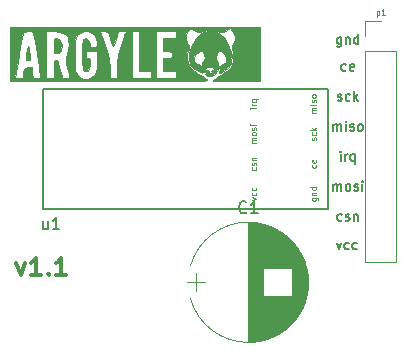
<source format=gto>
G04 #@! TF.FileFunction,Legend,Top*
%FSLAX46Y46*%
G04 Gerber Fmt 4.6, Leading zero omitted, Abs format (unit mm)*
G04 Created by KiCad (PCBNEW 4.0.7) date Tuesday, June 26, 2018 'PMt' 08:38:01 PM*
%MOMM*%
%LPD*%
G01*
G04 APERTURE LIST*
%ADD10C,0.100000*%
%ADD11C,0.300000*%
%ADD12C,0.200000*%
%ADD13C,0.120000*%
%ADD14C,0.150000*%
%ADD15C,0.010000*%
%ADD16C,0.125000*%
G04 APERTURE END LIST*
D10*
D11*
X110125144Y-130996571D02*
X110482287Y-131996571D01*
X110839429Y-130996571D01*
X112196572Y-131996571D02*
X111339429Y-131996571D01*
X111768001Y-131996571D02*
X111768001Y-130496571D01*
X111625144Y-130710857D01*
X111482286Y-130853714D01*
X111339429Y-130925143D01*
X112839429Y-131853714D02*
X112910857Y-131925143D01*
X112839429Y-131996571D01*
X112768000Y-131925143D01*
X112839429Y-131853714D01*
X112839429Y-131996571D01*
X114339429Y-131996571D02*
X113482286Y-131996571D01*
X113910858Y-131996571D02*
X113910858Y-130496571D01*
X113768001Y-130710857D01*
X113625143Y-130853714D01*
X113482286Y-130925143D01*
D12*
X137623618Y-111842571D02*
X137623618Y-112490190D01*
X137585523Y-112566381D01*
X137547428Y-112604476D01*
X137471237Y-112642571D01*
X137356952Y-112642571D01*
X137280761Y-112604476D01*
X137623618Y-112337810D02*
X137547428Y-112375905D01*
X137395047Y-112375905D01*
X137318856Y-112337810D01*
X137280761Y-112299714D01*
X137242666Y-112223524D01*
X137242666Y-111994952D01*
X137280761Y-111918762D01*
X137318856Y-111880667D01*
X137395047Y-111842571D01*
X137547428Y-111842571D01*
X137623618Y-111880667D01*
X138004571Y-111842571D02*
X138004571Y-112375905D01*
X138004571Y-111918762D02*
X138042666Y-111880667D01*
X138118857Y-111842571D01*
X138233143Y-111842571D01*
X138309333Y-111880667D01*
X138347428Y-111956857D01*
X138347428Y-112375905D01*
X139071238Y-112375905D02*
X139071238Y-111575905D01*
X139071238Y-112337810D02*
X138995048Y-112375905D01*
X138842667Y-112375905D01*
X138766476Y-112337810D01*
X138728381Y-112299714D01*
X138690286Y-112223524D01*
X138690286Y-111994952D01*
X138728381Y-111918762D01*
X138766476Y-111880667D01*
X138842667Y-111842571D01*
X138995048Y-111842571D01*
X139071238Y-111880667D01*
X138023619Y-114623810D02*
X137947429Y-114661905D01*
X137795048Y-114661905D01*
X137718857Y-114623810D01*
X137680762Y-114585714D01*
X137642667Y-114509524D01*
X137642667Y-114280952D01*
X137680762Y-114204762D01*
X137718857Y-114166667D01*
X137795048Y-114128571D01*
X137947429Y-114128571D01*
X138023619Y-114166667D01*
X138671238Y-114623810D02*
X138595048Y-114661905D01*
X138442667Y-114661905D01*
X138366476Y-114623810D01*
X138328381Y-114547619D01*
X138328381Y-114242857D01*
X138366476Y-114166667D01*
X138442667Y-114128571D01*
X138595048Y-114128571D01*
X138671238Y-114166667D01*
X138709333Y-114242857D01*
X138709333Y-114319048D01*
X138328381Y-114395238D01*
X137337905Y-117163810D02*
X137414095Y-117201905D01*
X137566476Y-117201905D01*
X137642667Y-117163810D01*
X137680762Y-117087619D01*
X137680762Y-117049524D01*
X137642667Y-116973333D01*
X137566476Y-116935238D01*
X137452191Y-116935238D01*
X137376000Y-116897143D01*
X137337905Y-116820952D01*
X137337905Y-116782857D01*
X137376000Y-116706667D01*
X137452191Y-116668571D01*
X137566476Y-116668571D01*
X137642667Y-116706667D01*
X138366476Y-117163810D02*
X138290286Y-117201905D01*
X138137905Y-117201905D01*
X138061714Y-117163810D01*
X138023619Y-117125714D01*
X137985524Y-117049524D01*
X137985524Y-116820952D01*
X138023619Y-116744762D01*
X138061714Y-116706667D01*
X138137905Y-116668571D01*
X138290286Y-116668571D01*
X138366476Y-116706667D01*
X138709333Y-117201905D02*
X138709333Y-116401905D01*
X138785524Y-116897143D02*
X139014095Y-117201905D01*
X139014095Y-116668571D02*
X138709333Y-116973333D01*
X136956952Y-119741905D02*
X136956952Y-119208571D01*
X136956952Y-119284762D02*
X136995047Y-119246667D01*
X137071238Y-119208571D01*
X137185524Y-119208571D01*
X137261714Y-119246667D01*
X137299809Y-119322857D01*
X137299809Y-119741905D01*
X137299809Y-119322857D02*
X137337905Y-119246667D01*
X137414095Y-119208571D01*
X137528381Y-119208571D01*
X137604571Y-119246667D01*
X137642666Y-119322857D01*
X137642666Y-119741905D01*
X138023619Y-119741905D02*
X138023619Y-119208571D01*
X138023619Y-118941905D02*
X137985524Y-118980000D01*
X138023619Y-119018095D01*
X138061714Y-118980000D01*
X138023619Y-118941905D01*
X138023619Y-119018095D01*
X138366476Y-119703810D02*
X138442666Y-119741905D01*
X138595047Y-119741905D01*
X138671238Y-119703810D01*
X138709333Y-119627619D01*
X138709333Y-119589524D01*
X138671238Y-119513333D01*
X138595047Y-119475238D01*
X138480762Y-119475238D01*
X138404571Y-119437143D01*
X138366476Y-119360952D01*
X138366476Y-119322857D01*
X138404571Y-119246667D01*
X138480762Y-119208571D01*
X138595047Y-119208571D01*
X138671238Y-119246667D01*
X139166476Y-119741905D02*
X139090285Y-119703810D01*
X139052190Y-119665714D01*
X139014095Y-119589524D01*
X139014095Y-119360952D01*
X139052190Y-119284762D01*
X139090285Y-119246667D01*
X139166476Y-119208571D01*
X139280762Y-119208571D01*
X139356952Y-119246667D01*
X139395047Y-119284762D01*
X139433143Y-119360952D01*
X139433143Y-119589524D01*
X139395047Y-119665714D01*
X139356952Y-119703810D01*
X139280762Y-119741905D01*
X139166476Y-119741905D01*
X137566476Y-122281905D02*
X137566476Y-121748571D01*
X137566476Y-121481905D02*
X137528381Y-121520000D01*
X137566476Y-121558095D01*
X137604571Y-121520000D01*
X137566476Y-121481905D01*
X137566476Y-121558095D01*
X137947428Y-122281905D02*
X137947428Y-121748571D01*
X137947428Y-121900952D02*
X137985523Y-121824762D01*
X138023619Y-121786667D01*
X138099809Y-121748571D01*
X138176000Y-121748571D01*
X138785523Y-121748571D02*
X138785523Y-122548571D01*
X138785523Y-122243810D02*
X138709333Y-122281905D01*
X138556952Y-122281905D01*
X138480761Y-122243810D01*
X138442666Y-122205714D01*
X138404571Y-122129524D01*
X138404571Y-121900952D01*
X138442666Y-121824762D01*
X138480761Y-121786667D01*
X138556952Y-121748571D01*
X138709333Y-121748571D01*
X138785523Y-121786667D01*
X136956952Y-124821905D02*
X136956952Y-124288571D01*
X136956952Y-124364762D02*
X136995047Y-124326667D01*
X137071238Y-124288571D01*
X137185524Y-124288571D01*
X137261714Y-124326667D01*
X137299809Y-124402857D01*
X137299809Y-124821905D01*
X137299809Y-124402857D02*
X137337905Y-124326667D01*
X137414095Y-124288571D01*
X137528381Y-124288571D01*
X137604571Y-124326667D01*
X137642666Y-124402857D01*
X137642666Y-124821905D01*
X138137905Y-124821905D02*
X138061714Y-124783810D01*
X138023619Y-124745714D01*
X137985524Y-124669524D01*
X137985524Y-124440952D01*
X138023619Y-124364762D01*
X138061714Y-124326667D01*
X138137905Y-124288571D01*
X138252191Y-124288571D01*
X138328381Y-124326667D01*
X138366476Y-124364762D01*
X138404572Y-124440952D01*
X138404572Y-124669524D01*
X138366476Y-124745714D01*
X138328381Y-124783810D01*
X138252191Y-124821905D01*
X138137905Y-124821905D01*
X138709334Y-124783810D02*
X138785524Y-124821905D01*
X138937905Y-124821905D01*
X139014096Y-124783810D01*
X139052191Y-124707619D01*
X139052191Y-124669524D01*
X139014096Y-124593333D01*
X138937905Y-124555238D01*
X138823620Y-124555238D01*
X138747429Y-124517143D01*
X138709334Y-124440952D01*
X138709334Y-124402857D01*
X138747429Y-124326667D01*
X138823620Y-124288571D01*
X138937905Y-124288571D01*
X139014096Y-124326667D01*
X139395048Y-124821905D02*
X139395048Y-124288571D01*
X139395048Y-124021905D02*
X139356953Y-124060000D01*
X139395048Y-124098095D01*
X139433143Y-124060000D01*
X139395048Y-124021905D01*
X139395048Y-124098095D01*
X137680762Y-127323810D02*
X137604572Y-127361905D01*
X137452191Y-127361905D01*
X137376000Y-127323810D01*
X137337905Y-127285714D01*
X137299810Y-127209524D01*
X137299810Y-126980952D01*
X137337905Y-126904762D01*
X137376000Y-126866667D01*
X137452191Y-126828571D01*
X137604572Y-126828571D01*
X137680762Y-126866667D01*
X137985524Y-127323810D02*
X138061714Y-127361905D01*
X138214095Y-127361905D01*
X138290286Y-127323810D01*
X138328381Y-127247619D01*
X138328381Y-127209524D01*
X138290286Y-127133333D01*
X138214095Y-127095238D01*
X138099810Y-127095238D01*
X138023619Y-127057143D01*
X137985524Y-126980952D01*
X137985524Y-126942857D01*
X138023619Y-126866667D01*
X138099810Y-126828571D01*
X138214095Y-126828571D01*
X138290286Y-126866667D01*
X138671238Y-126828571D02*
X138671238Y-127361905D01*
X138671238Y-126904762D02*
X138709333Y-126866667D01*
X138785524Y-126828571D01*
X138899810Y-126828571D01*
X138976000Y-126866667D01*
X139014095Y-126942857D01*
X139014095Y-127361905D01*
X137236310Y-129241571D02*
X137426786Y-129774905D01*
X137617262Y-129241571D01*
X138264881Y-129736810D02*
X138188691Y-129774905D01*
X138036310Y-129774905D01*
X137960119Y-129736810D01*
X137922024Y-129698714D01*
X137883929Y-129622524D01*
X137883929Y-129393952D01*
X137922024Y-129317762D01*
X137960119Y-129279667D01*
X138036310Y-129241571D01*
X138188691Y-129241571D01*
X138264881Y-129279667D01*
X138950595Y-129736810D02*
X138874405Y-129774905D01*
X138722024Y-129774905D01*
X138645833Y-129736810D01*
X138607738Y-129698714D01*
X138569643Y-129622524D01*
X138569643Y-129393952D01*
X138607738Y-129317762D01*
X138645833Y-129279667D01*
X138722024Y-129241571D01*
X138874405Y-129241571D01*
X138950595Y-129279667D01*
D13*
X139640000Y-130870000D02*
X142300000Y-130870000D01*
X139640000Y-113030000D02*
X139640000Y-130870000D01*
X142300000Y-113030000D02*
X142300000Y-130870000D01*
X139640000Y-113030000D02*
X142300000Y-113030000D01*
X139640000Y-111760000D02*
X139640000Y-110430000D01*
X139640000Y-110430000D02*
X140970000Y-110430000D01*
D14*
X135255000Y-126365000D02*
X136525000Y-126365000D01*
X136525000Y-126365000D02*
X136525000Y-116205000D01*
X136525000Y-116205000D02*
X136525000Y-126365000D01*
X135255000Y-116205000D02*
X136525000Y-116205000D01*
X112395000Y-126365000D02*
X135255000Y-126365000D01*
X112395000Y-116205000D02*
X112395000Y-126365000D01*
X135255000Y-116205000D02*
X112395000Y-116205000D01*
D13*
X134652437Y-131204736D02*
G75*
G03X124854643Y-131208000I-4898437J-1383264D01*
G01*
X134652437Y-133971264D02*
G75*
G02X124854643Y-133968000I-4898437J1383264D01*
G01*
X134652437Y-133971264D02*
G75*
G03X134653357Y-131208000I-4898437J1383264D01*
G01*
X129754000Y-127538000D02*
X129754000Y-137638000D01*
X129794000Y-127538000D02*
X129794000Y-137638000D01*
X129834000Y-127538000D02*
X129834000Y-137638000D01*
X129874000Y-127539000D02*
X129874000Y-137637000D01*
X129914000Y-127540000D02*
X129914000Y-137636000D01*
X129954000Y-127541000D02*
X129954000Y-137635000D01*
X129994000Y-127543000D02*
X129994000Y-137633000D01*
X130034000Y-127545000D02*
X130034000Y-137631000D01*
X130074000Y-127548000D02*
X130074000Y-137628000D01*
X130114000Y-127550000D02*
X130114000Y-137626000D01*
X130154000Y-127553000D02*
X130154000Y-137623000D01*
X130194000Y-127557000D02*
X130194000Y-137619000D01*
X130234000Y-127560000D02*
X130234000Y-137616000D01*
X130274000Y-127564000D02*
X130274000Y-137612000D01*
X130314000Y-127568000D02*
X130314000Y-137608000D01*
X130354000Y-127573000D02*
X130354000Y-137603000D01*
X130394000Y-127578000D02*
X130394000Y-137598000D01*
X130434000Y-127583000D02*
X130434000Y-137593000D01*
X130475000Y-127589000D02*
X130475000Y-137587000D01*
X130515000Y-127595000D02*
X130515000Y-137581000D01*
X130555000Y-127601000D02*
X130555000Y-137575000D01*
X130595000Y-127607000D02*
X130595000Y-137569000D01*
X130635000Y-127614000D02*
X130635000Y-137562000D01*
X130675000Y-127621000D02*
X130675000Y-137555000D01*
X130715000Y-127629000D02*
X130715000Y-137547000D01*
X130755000Y-127637000D02*
X130755000Y-137539000D01*
X130795000Y-127645000D02*
X130795000Y-137531000D01*
X130835000Y-127653000D02*
X130835000Y-137523000D01*
X130875000Y-127662000D02*
X130875000Y-137514000D01*
X130915000Y-127671000D02*
X130915000Y-137505000D01*
X130955000Y-127681000D02*
X130955000Y-137495000D01*
X130995000Y-127691000D02*
X130995000Y-137485000D01*
X131035000Y-127701000D02*
X131035000Y-137475000D01*
X131075000Y-127712000D02*
X131075000Y-131407000D01*
X131075000Y-133769000D02*
X131075000Y-137464000D01*
X131115000Y-127723000D02*
X131115000Y-131407000D01*
X131115000Y-133769000D02*
X131115000Y-137453000D01*
X131155000Y-127734000D02*
X131155000Y-131407000D01*
X131155000Y-133769000D02*
X131155000Y-137442000D01*
X131195000Y-127745000D02*
X131195000Y-131407000D01*
X131195000Y-133769000D02*
X131195000Y-137431000D01*
X131235000Y-127757000D02*
X131235000Y-131407000D01*
X131235000Y-133769000D02*
X131235000Y-137419000D01*
X131275000Y-127770000D02*
X131275000Y-131407000D01*
X131275000Y-133769000D02*
X131275000Y-137406000D01*
X131315000Y-127782000D02*
X131315000Y-131407000D01*
X131315000Y-133769000D02*
X131315000Y-137394000D01*
X131355000Y-127796000D02*
X131355000Y-131407000D01*
X131355000Y-133769000D02*
X131355000Y-137380000D01*
X131395000Y-127809000D02*
X131395000Y-131407000D01*
X131395000Y-133769000D02*
X131395000Y-137367000D01*
X131435000Y-127823000D02*
X131435000Y-131407000D01*
X131435000Y-133769000D02*
X131435000Y-137353000D01*
X131475000Y-127837000D02*
X131475000Y-131407000D01*
X131475000Y-133769000D02*
X131475000Y-137339000D01*
X131515000Y-127851000D02*
X131515000Y-131407000D01*
X131515000Y-133769000D02*
X131515000Y-137325000D01*
X131555000Y-127866000D02*
X131555000Y-131407000D01*
X131555000Y-133769000D02*
X131555000Y-137310000D01*
X131595000Y-127882000D02*
X131595000Y-131407000D01*
X131595000Y-133769000D02*
X131595000Y-137294000D01*
X131635000Y-127897000D02*
X131635000Y-131407000D01*
X131635000Y-133769000D02*
X131635000Y-137279000D01*
X131675000Y-127914000D02*
X131675000Y-131407000D01*
X131675000Y-133769000D02*
X131675000Y-137262000D01*
X131715000Y-127930000D02*
X131715000Y-131407000D01*
X131715000Y-133769000D02*
X131715000Y-137246000D01*
X131755000Y-127947000D02*
X131755000Y-131407000D01*
X131755000Y-133769000D02*
X131755000Y-137229000D01*
X131795000Y-127964000D02*
X131795000Y-131407000D01*
X131795000Y-133769000D02*
X131795000Y-137212000D01*
X131835000Y-127982000D02*
X131835000Y-131407000D01*
X131835000Y-133769000D02*
X131835000Y-137194000D01*
X131875000Y-128000000D02*
X131875000Y-131407000D01*
X131875000Y-133769000D02*
X131875000Y-137176000D01*
X131915000Y-128019000D02*
X131915000Y-131407000D01*
X131915000Y-133769000D02*
X131915000Y-137157000D01*
X131955000Y-128038000D02*
X131955000Y-131407000D01*
X131955000Y-133769000D02*
X131955000Y-137138000D01*
X131995000Y-128057000D02*
X131995000Y-131407000D01*
X131995000Y-133769000D02*
X131995000Y-137119000D01*
X132035000Y-128077000D02*
X132035000Y-131407000D01*
X132035000Y-133769000D02*
X132035000Y-137099000D01*
X132075000Y-128097000D02*
X132075000Y-131407000D01*
X132075000Y-133769000D02*
X132075000Y-137079000D01*
X132115000Y-128118000D02*
X132115000Y-131407000D01*
X132115000Y-133769000D02*
X132115000Y-137058000D01*
X132155000Y-128139000D02*
X132155000Y-131407000D01*
X132155000Y-133769000D02*
X132155000Y-137037000D01*
X132195000Y-128160000D02*
X132195000Y-131407000D01*
X132195000Y-133769000D02*
X132195000Y-137016000D01*
X132235000Y-128183000D02*
X132235000Y-131407000D01*
X132235000Y-133769000D02*
X132235000Y-136993000D01*
X132275000Y-128205000D02*
X132275000Y-131407000D01*
X132275000Y-133769000D02*
X132275000Y-136971000D01*
X132315000Y-128228000D02*
X132315000Y-131407000D01*
X132315000Y-133769000D02*
X132315000Y-136948000D01*
X132355000Y-128252000D02*
X132355000Y-131407000D01*
X132355000Y-133769000D02*
X132355000Y-136924000D01*
X132395000Y-128276000D02*
X132395000Y-131407000D01*
X132395000Y-133769000D02*
X132395000Y-136900000D01*
X132435000Y-128300000D02*
X132435000Y-131407000D01*
X132435000Y-133769000D02*
X132435000Y-136876000D01*
X132475000Y-128325000D02*
X132475000Y-131407000D01*
X132475000Y-133769000D02*
X132475000Y-136851000D01*
X132515000Y-128351000D02*
X132515000Y-131407000D01*
X132515000Y-133769000D02*
X132515000Y-136825000D01*
X132555000Y-128377000D02*
X132555000Y-131407000D01*
X132555000Y-133769000D02*
X132555000Y-136799000D01*
X132595000Y-128403000D02*
X132595000Y-131407000D01*
X132595000Y-133769000D02*
X132595000Y-136773000D01*
X132635000Y-128431000D02*
X132635000Y-131407000D01*
X132635000Y-133769000D02*
X132635000Y-136745000D01*
X132675000Y-128458000D02*
X132675000Y-131407000D01*
X132675000Y-133769000D02*
X132675000Y-136718000D01*
X132715000Y-128487000D02*
X132715000Y-131407000D01*
X132715000Y-133769000D02*
X132715000Y-136689000D01*
X132755000Y-128516000D02*
X132755000Y-131407000D01*
X132755000Y-133769000D02*
X132755000Y-136660000D01*
X132795000Y-128545000D02*
X132795000Y-131407000D01*
X132795000Y-133769000D02*
X132795000Y-136631000D01*
X132835000Y-128575000D02*
X132835000Y-131407000D01*
X132835000Y-133769000D02*
X132835000Y-136601000D01*
X132875000Y-128606000D02*
X132875000Y-131407000D01*
X132875000Y-133769000D02*
X132875000Y-136570000D01*
X132915000Y-128637000D02*
X132915000Y-131407000D01*
X132915000Y-133769000D02*
X132915000Y-136539000D01*
X132955000Y-128669000D02*
X132955000Y-131407000D01*
X132955000Y-133769000D02*
X132955000Y-136507000D01*
X132995000Y-128702000D02*
X132995000Y-131407000D01*
X132995000Y-133769000D02*
X132995000Y-136474000D01*
X133035000Y-128735000D02*
X133035000Y-131407000D01*
X133035000Y-133769000D02*
X133035000Y-136441000D01*
X133075000Y-128769000D02*
X133075000Y-131407000D01*
X133075000Y-133769000D02*
X133075000Y-136407000D01*
X133115000Y-128804000D02*
X133115000Y-131407000D01*
X133115000Y-133769000D02*
X133115000Y-136372000D01*
X133155000Y-128840000D02*
X133155000Y-131407000D01*
X133155000Y-133769000D02*
X133155000Y-136336000D01*
X133195000Y-128876000D02*
X133195000Y-131407000D01*
X133195000Y-133769000D02*
X133195000Y-136300000D01*
X133235000Y-128913000D02*
X133235000Y-131407000D01*
X133235000Y-133769000D02*
X133235000Y-136263000D01*
X133275000Y-128951000D02*
X133275000Y-131407000D01*
X133275000Y-133769000D02*
X133275000Y-136225000D01*
X133315000Y-128990000D02*
X133315000Y-131407000D01*
X133315000Y-133769000D02*
X133315000Y-136186000D01*
X133355000Y-129029000D02*
X133355000Y-131407000D01*
X133355000Y-133769000D02*
X133355000Y-136147000D01*
X133395000Y-129070000D02*
X133395000Y-131407000D01*
X133395000Y-133769000D02*
X133395000Y-136106000D01*
X133435000Y-129111000D02*
X133435000Y-136065000D01*
X133475000Y-129153000D02*
X133475000Y-136023000D01*
X133515000Y-129197000D02*
X133515000Y-135979000D01*
X133555000Y-129241000D02*
X133555000Y-135935000D01*
X133595000Y-129286000D02*
X133595000Y-135890000D01*
X133635000Y-129333000D02*
X133635000Y-135843000D01*
X133675000Y-129381000D02*
X133675000Y-135795000D01*
X133715000Y-129430000D02*
X133715000Y-135746000D01*
X133755000Y-129480000D02*
X133755000Y-135696000D01*
X133795000Y-129531000D02*
X133795000Y-135645000D01*
X133835000Y-129584000D02*
X133835000Y-135592000D01*
X133875000Y-129639000D02*
X133875000Y-135537000D01*
X133915000Y-129694000D02*
X133915000Y-135482000D01*
X133955000Y-129752000D02*
X133955000Y-135424000D01*
X133995000Y-129811000D02*
X133995000Y-135365000D01*
X134035000Y-129873000D02*
X134035000Y-135303000D01*
X134075000Y-129936000D02*
X134075000Y-135240000D01*
X134115000Y-130001000D02*
X134115000Y-135175000D01*
X134155000Y-130069000D02*
X134155000Y-135107000D01*
X134195000Y-130139000D02*
X134195000Y-135037000D01*
X134235000Y-130211000D02*
X134235000Y-134965000D01*
X134275000Y-130287000D02*
X134275000Y-134889000D01*
X134315000Y-130366000D02*
X134315000Y-134810000D01*
X134355000Y-130448000D02*
X134355000Y-134728000D01*
X134395000Y-130535000D02*
X134395000Y-134641000D01*
X134435000Y-130626000D02*
X134435000Y-134550000D01*
X134475000Y-130722000D02*
X134475000Y-134454000D01*
X134515000Y-130825000D02*
X134515000Y-134351000D01*
X134555000Y-130934000D02*
X134555000Y-134242000D01*
X134595000Y-131052000D02*
X134595000Y-134124000D01*
X134635000Y-131181000D02*
X134635000Y-133995000D01*
X134675000Y-131323000D02*
X134675000Y-133853000D01*
X134715000Y-131484000D02*
X134715000Y-133692000D01*
X134755000Y-131675000D02*
X134755000Y-133501000D01*
X134795000Y-131916000D02*
X134795000Y-133260000D01*
X134835000Y-132309000D02*
X134835000Y-132867000D01*
X124554000Y-132588000D02*
X126054000Y-132588000D01*
X125304000Y-131838000D02*
X125304000Y-133338000D01*
D15*
G36*
X130725333Y-115570000D02*
X128672167Y-115565020D01*
X128015269Y-115561819D01*
X127512964Y-115555252D01*
X127150530Y-115544498D01*
X126913246Y-115528736D01*
X126786391Y-115507144D01*
X126755243Y-115478901D01*
X126775171Y-115459187D01*
X126911248Y-115369094D01*
X127147642Y-115210485D01*
X127444639Y-115010057D01*
X127617958Y-114892666D01*
X127935737Y-114673105D01*
X128142911Y-114510558D01*
X128270454Y-114369148D01*
X128349337Y-114212993D01*
X128410535Y-114006215D01*
X128421941Y-113961333D01*
X128488197Y-113625932D01*
X128488316Y-113343318D01*
X128434479Y-113055395D01*
X128378797Y-112780168D01*
X128378353Y-112601458D01*
X128436584Y-112454568D01*
X128469158Y-112402207D01*
X128592209Y-112078975D01*
X128595639Y-111717656D01*
X128483149Y-111387916D01*
X128409762Y-111284202D01*
X128210857Y-111052961D01*
X127939550Y-111246148D01*
X127682144Y-111381423D01*
X127448328Y-111386350D01*
X127439955Y-111384397D01*
X127035945Y-111290090D01*
X126738017Y-111236502D01*
X126487886Y-111223634D01*
X126227271Y-111251482D01*
X125897889Y-111320045D01*
X125627976Y-111384352D01*
X125385355Y-111382035D01*
X125174428Y-111263005D01*
X124981699Y-111147192D01*
X124826408Y-111154603D01*
X124791558Y-111171137D01*
X124589652Y-111367054D01*
X124478261Y-111657691D01*
X124464370Y-111990468D01*
X124554962Y-112312808D01*
X124624296Y-112430259D01*
X124720125Y-112582856D01*
X124744870Y-112715351D01*
X124701834Y-112897915D01*
X124652905Y-113038322D01*
X124579896Y-113274341D01*
X124560201Y-113475738D01*
X124592608Y-113717376D01*
X124638596Y-113921326D01*
X124702379Y-114165820D01*
X124774654Y-114339073D01*
X124888198Y-114481425D01*
X125075790Y-114633216D01*
X125370209Y-114834788D01*
X125393464Y-114850333D01*
X125705827Y-115059346D01*
X125988078Y-115248696D01*
X126193155Y-115386794D01*
X126238310Y-115417392D01*
X126265960Y-115440934D01*
X126269218Y-115461775D01*
X126238619Y-115480086D01*
X126164696Y-115496035D01*
X126037983Y-115509795D01*
X125849014Y-115521534D01*
X125588322Y-115531425D01*
X125246442Y-115539636D01*
X124813906Y-115546338D01*
X124281250Y-115551701D01*
X123639006Y-115555897D01*
X122877709Y-115559094D01*
X121987892Y-115561464D01*
X120960088Y-115563177D01*
X119784833Y-115564403D01*
X118452659Y-115565313D01*
X118004167Y-115565559D01*
X109558667Y-115570000D01*
X109558667Y-115316000D01*
X110004727Y-115316000D01*
X110646417Y-115316000D01*
X110716722Y-114871500D01*
X110763557Y-114613332D01*
X110822257Y-114478252D01*
X110928854Y-114421747D01*
X111097499Y-114401120D01*
X111407971Y-114375241D01*
X111466741Y-114845620D01*
X111525511Y-115316000D01*
X111861149Y-115316000D01*
X112074683Y-115307666D01*
X112160528Y-115260270D01*
X112160240Y-115140221D01*
X112149193Y-115083166D01*
X112120648Y-114927124D01*
X112070278Y-114635152D01*
X112003355Y-114238474D01*
X111925148Y-113768311D01*
X111845521Y-113284000D01*
X111744987Y-112663025D01*
X111667450Y-112188961D01*
X111605211Y-111842190D01*
X111550568Y-111603097D01*
X111495820Y-111452065D01*
X111433266Y-111369476D01*
X111357408Y-111336666D01*
X112606667Y-111336666D01*
X112606667Y-113269888D01*
X112609038Y-113825729D01*
X112615686Y-114324018D01*
X112625912Y-114740103D01*
X112639016Y-115049330D01*
X112654299Y-115227047D01*
X112663111Y-115259555D01*
X112779303Y-115298298D01*
X112985014Y-115315901D01*
X113001778Y-115316000D01*
X113284000Y-115316000D01*
X113284000Y-114554000D01*
X113286966Y-114191630D01*
X113300514Y-113966423D01*
X113331616Y-113846243D01*
X113387246Y-113798957D01*
X113449353Y-113792000D01*
X113535398Y-113810508D01*
X113607617Y-113883146D01*
X113676490Y-114035580D01*
X113752495Y-114293477D01*
X113846110Y-114682505D01*
X113887287Y-114864720D01*
X113950338Y-115123416D01*
X114015473Y-115257621D01*
X114121280Y-115308195D01*
X114306348Y-115315999D01*
X114313473Y-115316000D01*
X114520088Y-115301378D01*
X114630914Y-115265019D01*
X114636969Y-115252500D01*
X114616376Y-115147709D01*
X114562464Y-114918492D01*
X114484673Y-114604267D01*
X114434272Y-114406143D01*
X114342417Y-114041543D01*
X114291412Y-113797762D01*
X114279660Y-113631691D01*
X114305566Y-113500222D01*
X114367533Y-113360247D01*
X114368688Y-113357966D01*
X115062000Y-113357966D01*
X115062795Y-113864770D01*
X115067912Y-114231627D01*
X115081447Y-114487921D01*
X115107495Y-114663038D01*
X115150152Y-114786364D01*
X115213515Y-114887283D01*
X115287928Y-114978841D01*
X115572704Y-115253512D01*
X115853987Y-115374164D01*
X116168729Y-115351209D01*
X116365987Y-115282610D01*
X116597066Y-115163440D01*
X116755536Y-115011724D01*
X116854268Y-114795612D01*
X116906133Y-114483257D01*
X116924001Y-114042809D01*
X116924667Y-113900161D01*
X116924667Y-113030000D01*
X115993333Y-113030000D01*
X115993333Y-113326333D01*
X116011839Y-113529954D01*
X116085231Y-113612361D01*
X116166892Y-113622666D01*
X116264745Y-113638944D01*
X116312814Y-113714531D01*
X116323537Y-113889557D01*
X116315058Y-114100736D01*
X116262289Y-114460275D01*
X116152912Y-114671486D01*
X115991511Y-114728801D01*
X115845167Y-114671339D01*
X115787024Y-114616799D01*
X115746210Y-114520806D01*
X115719766Y-114356515D01*
X115704735Y-114097079D01*
X115698161Y-113715652D01*
X115697000Y-113326333D01*
X115699115Y-112833876D01*
X115707431Y-112483876D01*
X115724906Y-112249486D01*
X115754498Y-112103860D01*
X115799163Y-112020152D01*
X115845167Y-111981327D01*
X116038402Y-111935068D01*
X116197853Y-112036382D01*
X116298228Y-112263721D01*
X116315944Y-112382408D01*
X116346731Y-112586885D01*
X116426171Y-112672894D01*
X116606502Y-112691260D01*
X116633444Y-112691333D01*
X116808627Y-112683876D01*
X116894099Y-112631685D01*
X116922062Y-112490034D01*
X116924667Y-112286838D01*
X116870432Y-111881897D01*
X116698403Y-111588051D01*
X116394587Y-111382613D01*
X116357053Y-111366323D01*
X116213651Y-111327500D01*
X117190333Y-111327500D01*
X117607833Y-112521924D01*
X117772592Y-113001066D01*
X117887358Y-113364172D01*
X117961074Y-113653953D01*
X118002680Y-113913121D01*
X118021119Y-114184387D01*
X118025333Y-114510461D01*
X118025333Y-115316000D01*
X118618000Y-115316000D01*
X118618000Y-114486974D01*
X118622502Y-114136019D01*
X118642037Y-113846250D01*
X118685648Y-113571031D01*
X118762377Y-113263728D01*
X118881265Y-112877703D01*
X118999000Y-112522000D01*
X119135525Y-112113303D01*
X119250387Y-111766313D01*
X119333942Y-111510412D01*
X119376545Y-111374979D01*
X119380000Y-111361358D01*
X119305004Y-111345599D01*
X119118654Y-111337130D01*
X119056239Y-111336666D01*
X119888000Y-111336666D01*
X119888000Y-115316000D01*
X121496667Y-115316000D01*
X121496667Y-114723333D01*
X120480667Y-114723333D01*
X120480667Y-111336666D01*
X121920000Y-111336666D01*
X121920000Y-115316000D01*
X123613333Y-115316000D01*
X123613333Y-114723333D01*
X122512667Y-114723333D01*
X122512667Y-113622666D01*
X122893667Y-113622666D01*
X123127770Y-113616340D01*
X123238625Y-113573467D01*
X123272316Y-113458202D01*
X123274667Y-113326333D01*
X123266533Y-113144253D01*
X123211410Y-113058032D01*
X123063213Y-113031827D01*
X122893667Y-113030000D01*
X122512667Y-113030000D01*
X122512667Y-111929333D01*
X123613333Y-111929333D01*
X123613333Y-111336666D01*
X121920000Y-111336666D01*
X120480667Y-111336666D01*
X119888000Y-111336666D01*
X119056239Y-111336666D01*
X118732479Y-111336666D01*
X118533523Y-111971061D01*
X118435119Y-112261272D01*
X118350403Y-112468827D01*
X118294212Y-112558572D01*
X118285783Y-112557974D01*
X118238466Y-112458517D01*
X118160574Y-112242439D01*
X118068655Y-111955764D01*
X118065305Y-111944746D01*
X117893610Y-111379000D01*
X117541971Y-111353250D01*
X117190333Y-111327500D01*
X116213651Y-111327500D01*
X116079571Y-111291201D01*
X115804379Y-111320913D01*
X115499277Y-111444827D01*
X115347079Y-111540737D01*
X115234049Y-111673315D01*
X115154662Y-111866730D01*
X115103395Y-112145148D01*
X115074724Y-112532738D01*
X115063125Y-113053666D01*
X115062000Y-113357966D01*
X114368688Y-113357966D01*
X114393635Y-113308741D01*
X114509776Y-112946695D01*
X114551911Y-112508652D01*
X114516472Y-112072603D01*
X114460154Y-111854728D01*
X114322605Y-111614700D01*
X114092350Y-111454813D01*
X113746673Y-111365373D01*
X113262855Y-111336689D01*
X113245871Y-111336666D01*
X112606667Y-111336666D01*
X111357408Y-111336666D01*
X111355206Y-111335714D01*
X111253937Y-111331162D01*
X111121760Y-111336204D01*
X111081053Y-111336666D01*
X110791442Y-111357314D01*
X110663806Y-111418934D01*
X110657368Y-111442500D01*
X110642904Y-111553512D01*
X110603467Y-111806046D01*
X110543217Y-112174814D01*
X110466313Y-112634528D01*
X110376916Y-113159902D01*
X110330065Y-113432166D01*
X110004727Y-115316000D01*
X109558667Y-115316000D01*
X109558667Y-110998000D01*
X130725333Y-110998000D01*
X130725333Y-115570000D01*
X130725333Y-115570000D01*
G37*
X130725333Y-115570000D02*
X128672167Y-115565020D01*
X128015269Y-115561819D01*
X127512964Y-115555252D01*
X127150530Y-115544498D01*
X126913246Y-115528736D01*
X126786391Y-115507144D01*
X126755243Y-115478901D01*
X126775171Y-115459187D01*
X126911248Y-115369094D01*
X127147642Y-115210485D01*
X127444639Y-115010057D01*
X127617958Y-114892666D01*
X127935737Y-114673105D01*
X128142911Y-114510558D01*
X128270454Y-114369148D01*
X128349337Y-114212993D01*
X128410535Y-114006215D01*
X128421941Y-113961333D01*
X128488197Y-113625932D01*
X128488316Y-113343318D01*
X128434479Y-113055395D01*
X128378797Y-112780168D01*
X128378353Y-112601458D01*
X128436584Y-112454568D01*
X128469158Y-112402207D01*
X128592209Y-112078975D01*
X128595639Y-111717656D01*
X128483149Y-111387916D01*
X128409762Y-111284202D01*
X128210857Y-111052961D01*
X127939550Y-111246148D01*
X127682144Y-111381423D01*
X127448328Y-111386350D01*
X127439955Y-111384397D01*
X127035945Y-111290090D01*
X126738017Y-111236502D01*
X126487886Y-111223634D01*
X126227271Y-111251482D01*
X125897889Y-111320045D01*
X125627976Y-111384352D01*
X125385355Y-111382035D01*
X125174428Y-111263005D01*
X124981699Y-111147192D01*
X124826408Y-111154603D01*
X124791558Y-111171137D01*
X124589652Y-111367054D01*
X124478261Y-111657691D01*
X124464370Y-111990468D01*
X124554962Y-112312808D01*
X124624296Y-112430259D01*
X124720125Y-112582856D01*
X124744870Y-112715351D01*
X124701834Y-112897915D01*
X124652905Y-113038322D01*
X124579896Y-113274341D01*
X124560201Y-113475738D01*
X124592608Y-113717376D01*
X124638596Y-113921326D01*
X124702379Y-114165820D01*
X124774654Y-114339073D01*
X124888198Y-114481425D01*
X125075790Y-114633216D01*
X125370209Y-114834788D01*
X125393464Y-114850333D01*
X125705827Y-115059346D01*
X125988078Y-115248696D01*
X126193155Y-115386794D01*
X126238310Y-115417392D01*
X126265960Y-115440934D01*
X126269218Y-115461775D01*
X126238619Y-115480086D01*
X126164696Y-115496035D01*
X126037983Y-115509795D01*
X125849014Y-115521534D01*
X125588322Y-115531425D01*
X125246442Y-115539636D01*
X124813906Y-115546338D01*
X124281250Y-115551701D01*
X123639006Y-115555897D01*
X122877709Y-115559094D01*
X121987892Y-115561464D01*
X120960088Y-115563177D01*
X119784833Y-115564403D01*
X118452659Y-115565313D01*
X118004167Y-115565559D01*
X109558667Y-115570000D01*
X109558667Y-115316000D01*
X110004727Y-115316000D01*
X110646417Y-115316000D01*
X110716722Y-114871500D01*
X110763557Y-114613332D01*
X110822257Y-114478252D01*
X110928854Y-114421747D01*
X111097499Y-114401120D01*
X111407971Y-114375241D01*
X111466741Y-114845620D01*
X111525511Y-115316000D01*
X111861149Y-115316000D01*
X112074683Y-115307666D01*
X112160528Y-115260270D01*
X112160240Y-115140221D01*
X112149193Y-115083166D01*
X112120648Y-114927124D01*
X112070278Y-114635152D01*
X112003355Y-114238474D01*
X111925148Y-113768311D01*
X111845521Y-113284000D01*
X111744987Y-112663025D01*
X111667450Y-112188961D01*
X111605211Y-111842190D01*
X111550568Y-111603097D01*
X111495820Y-111452065D01*
X111433266Y-111369476D01*
X111357408Y-111336666D01*
X112606667Y-111336666D01*
X112606667Y-113269888D01*
X112609038Y-113825729D01*
X112615686Y-114324018D01*
X112625912Y-114740103D01*
X112639016Y-115049330D01*
X112654299Y-115227047D01*
X112663111Y-115259555D01*
X112779303Y-115298298D01*
X112985014Y-115315901D01*
X113001778Y-115316000D01*
X113284000Y-115316000D01*
X113284000Y-114554000D01*
X113286966Y-114191630D01*
X113300514Y-113966423D01*
X113331616Y-113846243D01*
X113387246Y-113798957D01*
X113449353Y-113792000D01*
X113535398Y-113810508D01*
X113607617Y-113883146D01*
X113676490Y-114035580D01*
X113752495Y-114293477D01*
X113846110Y-114682505D01*
X113887287Y-114864720D01*
X113950338Y-115123416D01*
X114015473Y-115257621D01*
X114121280Y-115308195D01*
X114306348Y-115315999D01*
X114313473Y-115316000D01*
X114520088Y-115301378D01*
X114630914Y-115265019D01*
X114636969Y-115252500D01*
X114616376Y-115147709D01*
X114562464Y-114918492D01*
X114484673Y-114604267D01*
X114434272Y-114406143D01*
X114342417Y-114041543D01*
X114291412Y-113797762D01*
X114279660Y-113631691D01*
X114305566Y-113500222D01*
X114367533Y-113360247D01*
X114368688Y-113357966D01*
X115062000Y-113357966D01*
X115062795Y-113864770D01*
X115067912Y-114231627D01*
X115081447Y-114487921D01*
X115107495Y-114663038D01*
X115150152Y-114786364D01*
X115213515Y-114887283D01*
X115287928Y-114978841D01*
X115572704Y-115253512D01*
X115853987Y-115374164D01*
X116168729Y-115351209D01*
X116365987Y-115282610D01*
X116597066Y-115163440D01*
X116755536Y-115011724D01*
X116854268Y-114795612D01*
X116906133Y-114483257D01*
X116924001Y-114042809D01*
X116924667Y-113900161D01*
X116924667Y-113030000D01*
X115993333Y-113030000D01*
X115993333Y-113326333D01*
X116011839Y-113529954D01*
X116085231Y-113612361D01*
X116166892Y-113622666D01*
X116264745Y-113638944D01*
X116312814Y-113714531D01*
X116323537Y-113889557D01*
X116315058Y-114100736D01*
X116262289Y-114460275D01*
X116152912Y-114671486D01*
X115991511Y-114728801D01*
X115845167Y-114671339D01*
X115787024Y-114616799D01*
X115746210Y-114520806D01*
X115719766Y-114356515D01*
X115704735Y-114097079D01*
X115698161Y-113715652D01*
X115697000Y-113326333D01*
X115699115Y-112833876D01*
X115707431Y-112483876D01*
X115724906Y-112249486D01*
X115754498Y-112103860D01*
X115799163Y-112020152D01*
X115845167Y-111981327D01*
X116038402Y-111935068D01*
X116197853Y-112036382D01*
X116298228Y-112263721D01*
X116315944Y-112382408D01*
X116346731Y-112586885D01*
X116426171Y-112672894D01*
X116606502Y-112691260D01*
X116633444Y-112691333D01*
X116808627Y-112683876D01*
X116894099Y-112631685D01*
X116922062Y-112490034D01*
X116924667Y-112286838D01*
X116870432Y-111881897D01*
X116698403Y-111588051D01*
X116394587Y-111382613D01*
X116357053Y-111366323D01*
X116213651Y-111327500D01*
X117190333Y-111327500D01*
X117607833Y-112521924D01*
X117772592Y-113001066D01*
X117887358Y-113364172D01*
X117961074Y-113653953D01*
X118002680Y-113913121D01*
X118021119Y-114184387D01*
X118025333Y-114510461D01*
X118025333Y-115316000D01*
X118618000Y-115316000D01*
X118618000Y-114486974D01*
X118622502Y-114136019D01*
X118642037Y-113846250D01*
X118685648Y-113571031D01*
X118762377Y-113263728D01*
X118881265Y-112877703D01*
X118999000Y-112522000D01*
X119135525Y-112113303D01*
X119250387Y-111766313D01*
X119333942Y-111510412D01*
X119376545Y-111374979D01*
X119380000Y-111361358D01*
X119305004Y-111345599D01*
X119118654Y-111337130D01*
X119056239Y-111336666D01*
X119888000Y-111336666D01*
X119888000Y-115316000D01*
X121496667Y-115316000D01*
X121496667Y-114723333D01*
X120480667Y-114723333D01*
X120480667Y-111336666D01*
X121920000Y-111336666D01*
X121920000Y-115316000D01*
X123613333Y-115316000D01*
X123613333Y-114723333D01*
X122512667Y-114723333D01*
X122512667Y-113622666D01*
X122893667Y-113622666D01*
X123127770Y-113616340D01*
X123238625Y-113573467D01*
X123272316Y-113458202D01*
X123274667Y-113326333D01*
X123266533Y-113144253D01*
X123211410Y-113058032D01*
X123063213Y-113031827D01*
X122893667Y-113030000D01*
X122512667Y-113030000D01*
X122512667Y-111929333D01*
X123613333Y-111929333D01*
X123613333Y-111336666D01*
X121920000Y-111336666D01*
X120480667Y-111336666D01*
X119888000Y-111336666D01*
X119056239Y-111336666D01*
X118732479Y-111336666D01*
X118533523Y-111971061D01*
X118435119Y-112261272D01*
X118350403Y-112468827D01*
X118294212Y-112558572D01*
X118285783Y-112557974D01*
X118238466Y-112458517D01*
X118160574Y-112242439D01*
X118068655Y-111955764D01*
X118065305Y-111944746D01*
X117893610Y-111379000D01*
X117541971Y-111353250D01*
X117190333Y-111327500D01*
X116213651Y-111327500D01*
X116079571Y-111291201D01*
X115804379Y-111320913D01*
X115499277Y-111444827D01*
X115347079Y-111540737D01*
X115234049Y-111673315D01*
X115154662Y-111866730D01*
X115103395Y-112145148D01*
X115074724Y-112532738D01*
X115063125Y-113053666D01*
X115062000Y-113357966D01*
X114368688Y-113357966D01*
X114393635Y-113308741D01*
X114509776Y-112946695D01*
X114551911Y-112508652D01*
X114516472Y-112072603D01*
X114460154Y-111854728D01*
X114322605Y-111614700D01*
X114092350Y-111454813D01*
X113746673Y-111365373D01*
X113262855Y-111336689D01*
X113245871Y-111336666D01*
X112606667Y-111336666D01*
X111357408Y-111336666D01*
X111355206Y-111335714D01*
X111253937Y-111331162D01*
X111121760Y-111336204D01*
X111081053Y-111336666D01*
X110791442Y-111357314D01*
X110663806Y-111418934D01*
X110657368Y-111442500D01*
X110642904Y-111553512D01*
X110603467Y-111806046D01*
X110543217Y-112174814D01*
X110466313Y-112634528D01*
X110376916Y-113159902D01*
X110330065Y-113432166D01*
X110004727Y-115316000D01*
X109558667Y-115316000D01*
X109558667Y-110998000D01*
X130725333Y-110998000D01*
X130725333Y-115570000D01*
G36*
X126726450Y-111314095D02*
X126993297Y-111395449D01*
X127256325Y-111501445D01*
X127473900Y-111646201D01*
X127671768Y-111858265D01*
X127875676Y-112166187D01*
X128111370Y-112598516D01*
X128155047Y-112683683D01*
X128325127Y-113095060D01*
X128376534Y-113470141D01*
X128316800Y-113885224D01*
X128285390Y-114004164D01*
X128196313Y-114227270D01*
X128047028Y-114404597D01*
X127792287Y-114587566D01*
X127747565Y-114615371D01*
X127511676Y-114753395D01*
X127340201Y-114840524D01*
X127275922Y-114858144D01*
X127280831Y-114767365D01*
X127327729Y-114573529D01*
X127355607Y-114479770D01*
X127468027Y-114225578D01*
X127599112Y-114131596D01*
X127615096Y-114130666D01*
X127758384Y-114060719D01*
X127862401Y-113918276D01*
X127909190Y-113720469D01*
X127854224Y-113509902D01*
X127684147Y-113247105D01*
X127599284Y-113140735D01*
X127411950Y-113001351D01*
X127234629Y-113004611D01*
X127112730Y-113137004D01*
X127084667Y-113293874D01*
X127058474Y-113467889D01*
X126997465Y-113538000D01*
X126984526Y-113596043D01*
X127061236Y-113740124D01*
X127094013Y-113786534D01*
X127226648Y-114082990D01*
X127237346Y-114405684D01*
X127143225Y-114713339D01*
X126961402Y-114964679D01*
X126708996Y-115118429D01*
X126529942Y-115146666D01*
X126306835Y-115109156D01*
X126153333Y-115019666D01*
X126111626Y-114947987D01*
X126148363Y-114903927D01*
X126288808Y-114881856D01*
X126558227Y-114876145D01*
X126788333Y-114878174D01*
X126931594Y-114871967D01*
X126907839Y-114846740D01*
X126873000Y-114836594D01*
X126676801Y-114758913D01*
X126637464Y-114679572D01*
X126760018Y-114611362D01*
X126782134Y-114605454D01*
X126963923Y-114536100D01*
X126990043Y-114468532D01*
X126873858Y-114414656D01*
X126628729Y-114386379D01*
X126534333Y-114384666D01*
X126255081Y-114403166D01*
X126098892Y-114450652D01*
X126079736Y-114515102D01*
X126211582Y-114584496D01*
X126279748Y-114603751D01*
X126427423Y-114672540D01*
X126424974Y-114746427D01*
X126288549Y-114798456D01*
X126157395Y-114808000D01*
X125955238Y-114763091D01*
X125866058Y-114674075D01*
X125814066Y-114357593D01*
X125862255Y-114020073D01*
X125985490Y-113767002D01*
X126087039Y-113593546D01*
X126070157Y-113496587D01*
X125997308Y-113376092D01*
X125984000Y-113281982D01*
X125915826Y-113116605D01*
X125813640Y-113029450D01*
X125678673Y-112989864D01*
X125550476Y-113054672D01*
X125433124Y-113174638D01*
X125277465Y-113383317D01*
X125177966Y-113577223D01*
X125172951Y-113593614D01*
X125171977Y-113822138D01*
X125268670Y-114019881D01*
X125428774Y-114125725D01*
X125473982Y-114130666D01*
X125598944Y-114145434D01*
X125674830Y-114217305D01*
X125728531Y-114387635D01*
X125765870Y-114579538D01*
X125823980Y-114901411D01*
X125374823Y-114646959D01*
X125083725Y-114457537D01*
X124907662Y-114270030D01*
X124811586Y-114071086D01*
X124700245Y-113609105D01*
X124724185Y-113183810D01*
X124887710Y-112735478D01*
X124911294Y-112688278D01*
X125156489Y-112229855D01*
X125366009Y-111900901D01*
X125565288Y-111672961D01*
X125779754Y-111517580D01*
X126034840Y-111406301D01*
X126066719Y-111395449D01*
X126336527Y-111312026D01*
X126529872Y-111284908D01*
X126726450Y-111314095D01*
X126726450Y-111314095D01*
G37*
X126726450Y-111314095D02*
X126993297Y-111395449D01*
X127256325Y-111501445D01*
X127473900Y-111646201D01*
X127671768Y-111858265D01*
X127875676Y-112166187D01*
X128111370Y-112598516D01*
X128155047Y-112683683D01*
X128325127Y-113095060D01*
X128376534Y-113470141D01*
X128316800Y-113885224D01*
X128285390Y-114004164D01*
X128196313Y-114227270D01*
X128047028Y-114404597D01*
X127792287Y-114587566D01*
X127747565Y-114615371D01*
X127511676Y-114753395D01*
X127340201Y-114840524D01*
X127275922Y-114858144D01*
X127280831Y-114767365D01*
X127327729Y-114573529D01*
X127355607Y-114479770D01*
X127468027Y-114225578D01*
X127599112Y-114131596D01*
X127615096Y-114130666D01*
X127758384Y-114060719D01*
X127862401Y-113918276D01*
X127909190Y-113720469D01*
X127854224Y-113509902D01*
X127684147Y-113247105D01*
X127599284Y-113140735D01*
X127411950Y-113001351D01*
X127234629Y-113004611D01*
X127112730Y-113137004D01*
X127084667Y-113293874D01*
X127058474Y-113467889D01*
X126997465Y-113538000D01*
X126984526Y-113596043D01*
X127061236Y-113740124D01*
X127094013Y-113786534D01*
X127226648Y-114082990D01*
X127237346Y-114405684D01*
X127143225Y-114713339D01*
X126961402Y-114964679D01*
X126708996Y-115118429D01*
X126529942Y-115146666D01*
X126306835Y-115109156D01*
X126153333Y-115019666D01*
X126111626Y-114947987D01*
X126148363Y-114903927D01*
X126288808Y-114881856D01*
X126558227Y-114876145D01*
X126788333Y-114878174D01*
X126931594Y-114871967D01*
X126907839Y-114846740D01*
X126873000Y-114836594D01*
X126676801Y-114758913D01*
X126637464Y-114679572D01*
X126760018Y-114611362D01*
X126782134Y-114605454D01*
X126963923Y-114536100D01*
X126990043Y-114468532D01*
X126873858Y-114414656D01*
X126628729Y-114386379D01*
X126534333Y-114384666D01*
X126255081Y-114403166D01*
X126098892Y-114450652D01*
X126079736Y-114515102D01*
X126211582Y-114584496D01*
X126279748Y-114603751D01*
X126427423Y-114672540D01*
X126424974Y-114746427D01*
X126288549Y-114798456D01*
X126157395Y-114808000D01*
X125955238Y-114763091D01*
X125866058Y-114674075D01*
X125814066Y-114357593D01*
X125862255Y-114020073D01*
X125985490Y-113767002D01*
X126087039Y-113593546D01*
X126070157Y-113496587D01*
X125997308Y-113376092D01*
X125984000Y-113281982D01*
X125915826Y-113116605D01*
X125813640Y-113029450D01*
X125678673Y-112989864D01*
X125550476Y-113054672D01*
X125433124Y-113174638D01*
X125277465Y-113383317D01*
X125177966Y-113577223D01*
X125172951Y-113593614D01*
X125171977Y-113822138D01*
X125268670Y-114019881D01*
X125428774Y-114125725D01*
X125473982Y-114130666D01*
X125598944Y-114145434D01*
X125674830Y-114217305D01*
X125728531Y-114387635D01*
X125765870Y-114579538D01*
X125823980Y-114901411D01*
X125374823Y-114646959D01*
X125083725Y-114457537D01*
X124907662Y-114270030D01*
X124811586Y-114071086D01*
X124700245Y-113609105D01*
X124724185Y-113183810D01*
X124887710Y-112735478D01*
X124911294Y-112688278D01*
X125156489Y-112229855D01*
X125366009Y-111900901D01*
X125565288Y-111672961D01*
X125779754Y-111517580D01*
X126034840Y-111406301D01*
X126066719Y-111395449D01*
X126336527Y-111312026D01*
X126529872Y-111284908D01*
X126726450Y-111314095D01*
G36*
X111151842Y-112633911D02*
X111190685Y-112864235D01*
X111204425Y-112981254D01*
X111242689Y-113292058D01*
X111281246Y-113543049D01*
X111311711Y-113679754D01*
X111282916Y-113767476D01*
X111127966Y-113792000D01*
X111001241Y-113785141D01*
X110939528Y-113737590D01*
X110928873Y-113608880D01*
X110955316Y-113358546D01*
X110961463Y-113309257D01*
X111018925Y-112894692D01*
X111068270Y-112646024D01*
X111111807Y-112560136D01*
X111151842Y-112633911D01*
X111151842Y-112633911D01*
G37*
X111151842Y-112633911D02*
X111190685Y-112864235D01*
X111204425Y-112981254D01*
X111242689Y-113292058D01*
X111281246Y-113543049D01*
X111311711Y-113679754D01*
X111282916Y-113767476D01*
X111127966Y-113792000D01*
X111001241Y-113785141D01*
X110939528Y-113737590D01*
X110928873Y-113608880D01*
X110955316Y-113358546D01*
X110961463Y-113309257D01*
X111018925Y-112894692D01*
X111068270Y-112646024D01*
X111111807Y-112560136D01*
X111151842Y-112633911D01*
G36*
X113746044Y-111999828D02*
X113905995Y-112204365D01*
X113961333Y-112532518D01*
X113961333Y-112533613D01*
X113925793Y-112889206D01*
X113812818Y-113104558D01*
X113612878Y-113194554D01*
X113535021Y-113199333D01*
X113284000Y-113199333D01*
X113284000Y-112564333D01*
X113286800Y-112241263D01*
X113302896Y-112051875D01*
X113343828Y-111960528D01*
X113421138Y-111931579D01*
X113489619Y-111929333D01*
X113746044Y-111999828D01*
X113746044Y-111999828D01*
G37*
X113746044Y-111999828D02*
X113905995Y-112204365D01*
X113961333Y-112532518D01*
X113961333Y-112533613D01*
X113925793Y-112889206D01*
X113812818Y-113104558D01*
X113612878Y-113194554D01*
X113535021Y-113199333D01*
X113284000Y-113199333D01*
X113284000Y-112564333D01*
X113286800Y-112241263D01*
X113302896Y-112051875D01*
X113343828Y-111960528D01*
X113421138Y-111931579D01*
X113489619Y-111929333D01*
X113746044Y-111999828D01*
D16*
X140624763Y-109620857D02*
X140624763Y-110120857D01*
X140624763Y-109644667D02*
X140672382Y-109620857D01*
X140767620Y-109620857D01*
X140815239Y-109644667D01*
X140839048Y-109668476D01*
X140862858Y-109716095D01*
X140862858Y-109858952D01*
X140839048Y-109906571D01*
X140815239Y-109930381D01*
X140767620Y-109954190D01*
X140672382Y-109954190D01*
X140624763Y-109930381D01*
X141339048Y-109954190D02*
X141053334Y-109954190D01*
X141196191Y-109954190D02*
X141196191Y-109454190D01*
X141148572Y-109525619D01*
X141100953Y-109573238D01*
X141053334Y-109597048D01*
D14*
X112768096Y-127420714D02*
X112768096Y-128087381D01*
X112339524Y-127420714D02*
X112339524Y-127944524D01*
X112387143Y-128039762D01*
X112482381Y-128087381D01*
X112625239Y-128087381D01*
X112720477Y-128039762D01*
X112768096Y-127992143D01*
X113768096Y-128087381D02*
X113196667Y-128087381D01*
X113482381Y-128087381D02*
X113482381Y-127087381D01*
X113387143Y-127230238D01*
X113291905Y-127325476D01*
X113196667Y-127373095D01*
D16*
X130067857Y-125642618D02*
X130401190Y-125523571D01*
X130067857Y-125404523D01*
X130377381Y-124999762D02*
X130401190Y-125047381D01*
X130401190Y-125142619D01*
X130377381Y-125190238D01*
X130353571Y-125214047D01*
X130305952Y-125237857D01*
X130163095Y-125237857D01*
X130115476Y-125214047D01*
X130091667Y-125190238D01*
X130067857Y-125142619D01*
X130067857Y-125047381D01*
X130091667Y-124999762D01*
X130377381Y-124571191D02*
X130401190Y-124618810D01*
X130401190Y-124714048D01*
X130377381Y-124761667D01*
X130353571Y-124785476D01*
X130305952Y-124809286D01*
X130163095Y-124809286D01*
X130115476Y-124785476D01*
X130091667Y-124761667D01*
X130067857Y-124714048D01*
X130067857Y-124618810D01*
X130091667Y-124571191D01*
X130377381Y-122864524D02*
X130401190Y-122912143D01*
X130401190Y-123007381D01*
X130377381Y-123055000D01*
X130353571Y-123078809D01*
X130305952Y-123102619D01*
X130163095Y-123102619D01*
X130115476Y-123078809D01*
X130091667Y-123055000D01*
X130067857Y-123007381D01*
X130067857Y-122912143D01*
X130091667Y-122864524D01*
X130377381Y-122674048D02*
X130401190Y-122626429D01*
X130401190Y-122531191D01*
X130377381Y-122483572D01*
X130329762Y-122459762D01*
X130305952Y-122459762D01*
X130258333Y-122483572D01*
X130234524Y-122531191D01*
X130234524Y-122602619D01*
X130210714Y-122650238D01*
X130163095Y-122674048D01*
X130139286Y-122674048D01*
X130091667Y-122650238D01*
X130067857Y-122602619D01*
X130067857Y-122531191D01*
X130091667Y-122483572D01*
X130067857Y-122245476D02*
X130401190Y-122245476D01*
X130115476Y-122245476D02*
X130091667Y-122221667D01*
X130067857Y-122174048D01*
X130067857Y-122102619D01*
X130091667Y-122055000D01*
X130139286Y-122031191D01*
X130401190Y-122031191D01*
X130401190Y-120776904D02*
X130067857Y-120776904D01*
X130115476Y-120776904D02*
X130091667Y-120753095D01*
X130067857Y-120705476D01*
X130067857Y-120634047D01*
X130091667Y-120586428D01*
X130139286Y-120562619D01*
X130401190Y-120562619D01*
X130139286Y-120562619D02*
X130091667Y-120538809D01*
X130067857Y-120491190D01*
X130067857Y-120419762D01*
X130091667Y-120372142D01*
X130139286Y-120348333D01*
X130401190Y-120348333D01*
X130401190Y-120038809D02*
X130377381Y-120086428D01*
X130353571Y-120110237D01*
X130305952Y-120134047D01*
X130163095Y-120134047D01*
X130115476Y-120110237D01*
X130091667Y-120086428D01*
X130067857Y-120038809D01*
X130067857Y-119967380D01*
X130091667Y-119919761D01*
X130115476Y-119895952D01*
X130163095Y-119872142D01*
X130305952Y-119872142D01*
X130353571Y-119895952D01*
X130377381Y-119919761D01*
X130401190Y-119967380D01*
X130401190Y-120038809D01*
X130377381Y-119681666D02*
X130401190Y-119634047D01*
X130401190Y-119538809D01*
X130377381Y-119491190D01*
X130329762Y-119467380D01*
X130305952Y-119467380D01*
X130258333Y-119491190D01*
X130234524Y-119538809D01*
X130234524Y-119610237D01*
X130210714Y-119657856D01*
X130163095Y-119681666D01*
X130139286Y-119681666D01*
X130091667Y-119657856D01*
X130067857Y-119610237D01*
X130067857Y-119538809D01*
X130091667Y-119491190D01*
X130401190Y-119253094D02*
X130067857Y-119253094D01*
X129901190Y-119253094D02*
X129925000Y-119276904D01*
X129948810Y-119253094D01*
X129925000Y-119229285D01*
X129901190Y-119253094D01*
X129948810Y-119253094D01*
X130401190Y-117855952D02*
X130067857Y-117855952D01*
X129901190Y-117855952D02*
X129925000Y-117879762D01*
X129948810Y-117855952D01*
X129925000Y-117832143D01*
X129901190Y-117855952D01*
X129948810Y-117855952D01*
X130401190Y-117617857D02*
X130067857Y-117617857D01*
X130163095Y-117617857D02*
X130115476Y-117594048D01*
X130091667Y-117570238D01*
X130067857Y-117522619D01*
X130067857Y-117475000D01*
X130067857Y-117094048D02*
X130567857Y-117094048D01*
X130377381Y-117094048D02*
X130401190Y-117141667D01*
X130401190Y-117236905D01*
X130377381Y-117284524D01*
X130353571Y-117308333D01*
X130305952Y-117332143D01*
X130163095Y-117332143D01*
X130115476Y-117308333D01*
X130091667Y-117284524D01*
X130067857Y-117236905D01*
X130067857Y-117141667D01*
X130091667Y-117094048D01*
X135481190Y-118236904D02*
X135147857Y-118236904D01*
X135195476Y-118236904D02*
X135171667Y-118213095D01*
X135147857Y-118165476D01*
X135147857Y-118094047D01*
X135171667Y-118046428D01*
X135219286Y-118022619D01*
X135481190Y-118022619D01*
X135219286Y-118022619D02*
X135171667Y-117998809D01*
X135147857Y-117951190D01*
X135147857Y-117879762D01*
X135171667Y-117832142D01*
X135219286Y-117808333D01*
X135481190Y-117808333D01*
X135481190Y-117570237D02*
X135147857Y-117570237D01*
X134981190Y-117570237D02*
X135005000Y-117594047D01*
X135028810Y-117570237D01*
X135005000Y-117546428D01*
X134981190Y-117570237D01*
X135028810Y-117570237D01*
X135457381Y-117355952D02*
X135481190Y-117308333D01*
X135481190Y-117213095D01*
X135457381Y-117165476D01*
X135409762Y-117141666D01*
X135385952Y-117141666D01*
X135338333Y-117165476D01*
X135314524Y-117213095D01*
X135314524Y-117284523D01*
X135290714Y-117332142D01*
X135243095Y-117355952D01*
X135219286Y-117355952D01*
X135171667Y-117332142D01*
X135147857Y-117284523D01*
X135147857Y-117213095D01*
X135171667Y-117165476D01*
X135481190Y-116855952D02*
X135457381Y-116903571D01*
X135433571Y-116927380D01*
X135385952Y-116951190D01*
X135243095Y-116951190D01*
X135195476Y-116927380D01*
X135171667Y-116903571D01*
X135147857Y-116855952D01*
X135147857Y-116784523D01*
X135171667Y-116736904D01*
X135195476Y-116713095D01*
X135243095Y-116689285D01*
X135385952Y-116689285D01*
X135433571Y-116713095D01*
X135457381Y-116736904D01*
X135481190Y-116784523D01*
X135481190Y-116855952D01*
X135457381Y-120538809D02*
X135481190Y-120491190D01*
X135481190Y-120395952D01*
X135457381Y-120348333D01*
X135409762Y-120324523D01*
X135385952Y-120324523D01*
X135338333Y-120348333D01*
X135314524Y-120395952D01*
X135314524Y-120467380D01*
X135290714Y-120514999D01*
X135243095Y-120538809D01*
X135219286Y-120538809D01*
X135171667Y-120514999D01*
X135147857Y-120467380D01*
X135147857Y-120395952D01*
X135171667Y-120348333D01*
X135457381Y-119895952D02*
X135481190Y-119943571D01*
X135481190Y-120038809D01*
X135457381Y-120086428D01*
X135433571Y-120110237D01*
X135385952Y-120134047D01*
X135243095Y-120134047D01*
X135195476Y-120110237D01*
X135171667Y-120086428D01*
X135147857Y-120038809D01*
X135147857Y-119943571D01*
X135171667Y-119895952D01*
X135481190Y-119681666D02*
X134981190Y-119681666D01*
X135290714Y-119634047D02*
X135481190Y-119491190D01*
X135147857Y-119491190D02*
X135338333Y-119681666D01*
X135457381Y-122650238D02*
X135481190Y-122697857D01*
X135481190Y-122793095D01*
X135457381Y-122840714D01*
X135433571Y-122864523D01*
X135385952Y-122888333D01*
X135243095Y-122888333D01*
X135195476Y-122864523D01*
X135171667Y-122840714D01*
X135147857Y-122793095D01*
X135147857Y-122697857D01*
X135171667Y-122650238D01*
X135457381Y-122245476D02*
X135481190Y-122293095D01*
X135481190Y-122388333D01*
X135457381Y-122435952D01*
X135409762Y-122459762D01*
X135219286Y-122459762D01*
X135171667Y-122435952D01*
X135147857Y-122388333D01*
X135147857Y-122293095D01*
X135171667Y-122245476D01*
X135219286Y-122221667D01*
X135266905Y-122221667D01*
X135314524Y-122459762D01*
X135147857Y-125440238D02*
X135552619Y-125440238D01*
X135600238Y-125464047D01*
X135624048Y-125487857D01*
X135647857Y-125535476D01*
X135647857Y-125606904D01*
X135624048Y-125654523D01*
X135457381Y-125440238D02*
X135481190Y-125487857D01*
X135481190Y-125583095D01*
X135457381Y-125630714D01*
X135433571Y-125654523D01*
X135385952Y-125678333D01*
X135243095Y-125678333D01*
X135195476Y-125654523D01*
X135171667Y-125630714D01*
X135147857Y-125583095D01*
X135147857Y-125487857D01*
X135171667Y-125440238D01*
X135147857Y-125202142D02*
X135481190Y-125202142D01*
X135195476Y-125202142D02*
X135171667Y-125178333D01*
X135147857Y-125130714D01*
X135147857Y-125059285D01*
X135171667Y-125011666D01*
X135219286Y-124987857D01*
X135481190Y-124987857D01*
X135481190Y-124535476D02*
X134981190Y-124535476D01*
X135457381Y-124535476D02*
X135481190Y-124583095D01*
X135481190Y-124678333D01*
X135457381Y-124725952D01*
X135433571Y-124749761D01*
X135385952Y-124773571D01*
X135243095Y-124773571D01*
X135195476Y-124749761D01*
X135171667Y-124725952D01*
X135147857Y-124678333D01*
X135147857Y-124583095D01*
X135171667Y-124535476D01*
D14*
X129587334Y-126635143D02*
X129539715Y-126682762D01*
X129396858Y-126730381D01*
X129301620Y-126730381D01*
X129158762Y-126682762D01*
X129063524Y-126587524D01*
X129015905Y-126492286D01*
X128968286Y-126301810D01*
X128968286Y-126158952D01*
X129015905Y-125968476D01*
X129063524Y-125873238D01*
X129158762Y-125778000D01*
X129301620Y-125730381D01*
X129396858Y-125730381D01*
X129539715Y-125778000D01*
X129587334Y-125825619D01*
X130539715Y-126730381D02*
X129968286Y-126730381D01*
X130254000Y-126730381D02*
X130254000Y-125730381D01*
X130158762Y-125873238D01*
X130063524Y-125968476D01*
X129968286Y-126016095D01*
M02*

</source>
